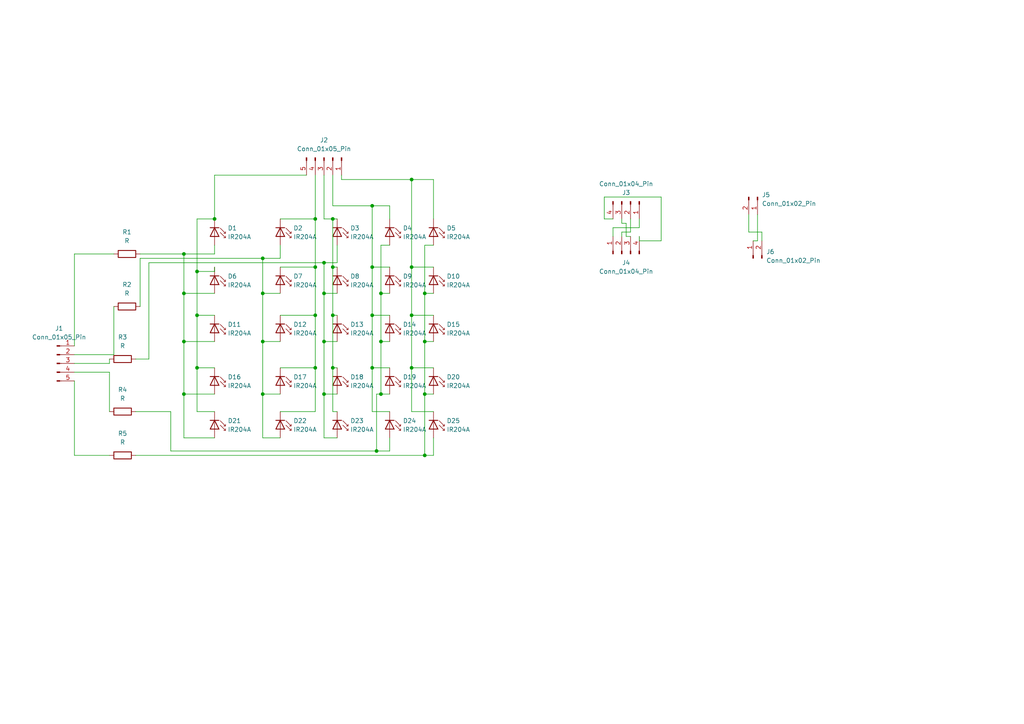
<source format=kicad_sch>
(kicad_sch (version 20231120) (generator "eeschema") (generator_version "8.0")
  (paper "A4")
  (lib_symbols
    (symbol "Connector:Conn_01x02_Pin" (pin_names (offset 1.016) hide)
      (property "Reference" "J" (at 0 2.54 0))
      (property "Value" "Conn_01x02_Pin" (at 0 -5.08 0))
      (symbol "Conn_01x02_Pin_1_1"
        (polyline (pts (xy 1.27 -2.54) (xy 0.8636 -2.54)) (stroke (width 0.1524)))
        (polyline (pts (xy 1.27 0) (xy 0.8636 0)) (stroke (width 0.1524)))
        (rectangle (start 0.8636 -2.413) (end 0 -2.667) (stroke (width 0.1524)) (fill (type outline)))
        (rectangle (start 0.8636 0.127) (end 0 -0.127) (stroke (width 0.1524)) (fill (type outline)))
        (pin passive line (at 5.08 0 180) (length 3.81) (name "Pin_1") (number "1"))
        (pin passive line (at 5.08 -2.54 180) (length 3.81) (name "Pin_2") (number "2"))
      )
    )
    (symbol "Connector:Conn_01x04_Pin" (pin_names (offset 1.016) hide)
      (property "Reference" "J" (at 0 5.08 0))
      (property "Value" "Conn_01x04_Pin" (at 0 -7.62 0))
      (symbol "Conn_01x04_Pin_1_1"
        (polyline (pts (xy 1.27 -5.08) (xy 0.8636 -5.08)) (stroke (width 0.1524)))
        (polyline (pts (xy 1.27 -2.54) (xy 0.8636 -2.54)) (stroke (width 0.1524)))
        (polyline (pts (xy 1.27 0) (xy 0.8636 0)) (stroke (width 0.1524)))
        (polyline (pts (xy 1.27 2.54) (xy 0.8636 2.54)) (stroke (width 0.1524)))
        (rectangle (start 0.8636 -4.953) (end 0 -5.207) (stroke (width 0.1524)) (fill (type outline)))
        (rectangle (start 0.8636 -2.413) (end 0 -2.667) (stroke (width 0.1524)) (fill (type outline)))
        (rectangle (start 0.8636 0.127) (end 0 -0.127) (stroke (width 0.1524)) (fill (type outline)))
        (rectangle (start 0.8636 2.667) (end 0 2.413) (stroke (width 0.1524)) (fill (type outline)))
        (pin passive line (at 5.08 2.54 180) (length 3.81) (name "Pin_1") (number "1"))
        (pin passive line (at 5.08 0 180) (length 3.81) (name "Pin_2") (number "2"))
        (pin passive line (at 5.08 -2.54 180) (length 3.81) (name "Pin_3") (number "3"))
        (pin passive line (at 5.08 -5.08 180) (length 3.81) (name "Pin_4") (number "4"))
      )
    )
    (symbol "Connector:Conn_01x05_Pin" (pin_names (offset 1.016) hide)
      (property "Reference" "J" (at 0 7.62 0))
      (property "Value" "Conn_01x05_Pin" (at 0 -7.62 0))
      (symbol "Conn_01x05_Pin_1_1"
        (polyline (pts (xy 1.27 -5.08) (xy 0.8636 -5.08)) (stroke (width 0.1524)))
        (polyline (pts (xy 1.27 -2.54) (xy 0.8636 -2.54)) (stroke (width 0.1524)))
        (polyline (pts (xy 1.27 0) (xy 0.8636 0)) (stroke (width 0.1524)))
        (polyline (pts (xy 1.27 2.54) (xy 0.8636 2.54)) (stroke (width 0.1524)))
        (polyline (pts (xy 1.27 5.08) (xy 0.8636 5.08)) (stroke (width 0.1524)))
        (rectangle (start 0.8636 -4.953) (end 0 -5.207) (stroke (width 0.1524)) (fill (type outline)))
        (rectangle (start 0.8636 -2.413) (end 0 -2.667) (stroke (width 0.1524)) (fill (type outline)))
        (rectangle (start 0.8636 0.127) (end 0 -0.127) (stroke (width 0.1524)) (fill (type outline)))
        (rectangle (start 0.8636 2.667) (end 0 2.413) (stroke (width 0.1524)) (fill (type outline)))
        (rectangle (start 0.8636 5.207) (end 0 4.953) (stroke (width 0.1524)) (fill (type outline)))
        (pin passive line (at 5.08 5.08 180) (length 3.81) (name "Pin_1") (number "1"))
        (pin passive line (at 5.08 2.54 180) (length 3.81) (name "Pin_2") (number "2"))
        (pin passive line (at 5.08 0 180) (length 3.81) (name "Pin_3") (number "3"))
        (pin passive line (at 5.08 -2.54 180) (length 3.81) (name "Pin_4") (number "4"))
        (pin passive line (at 5.08 -5.08 180) (length 3.81) (name "Pin_5") (number "5"))
      )
    )
    (symbol "Device:R" (pin_numbers hide) (pin_names (offset 0))
      (property "Reference" "R" (at 2.032 0 90))
      (property "Value" "R" (at 0 0 90))
      (symbol "R_0_1"
        (rectangle (start -1.016 -2.54) (end 1.016 2.54) (stroke (width 0.254)))
      )
      (symbol "R_1_1"
        (pin passive line (at 0 3.81 270) (length 1.27) (name "~") (number "1"))
        (pin passive line (at 0 -3.81 90) (length 1.27) (name "~") (number "2"))
      )
    )
    (symbol "LED:IR204A" (pin_numbers hide) (pin_names (offset 1.016) hide)
      (property "Reference" "D" (at 0.508 1.778 0))
      (property "Value" "IR204A" (at -1.016 -2.794 0))
      (symbol "IR204A_0_1"
        (polyline (pts (xy -2.54 1.27) (xy -2.54 -1.27)) (stroke (width 0.254)))
        (polyline (pts (xy 0 0) (xy -2.54 0)))
        (polyline (pts (xy 0.381 3.175) (xy -0.127 3.175)))
        (polyline (pts (xy -1.143 1.651) (xy 0.381 3.175) (xy 0.381 2.667)))
        (polyline (pts (xy 0 1.27) (xy -2.54 0) (xy 0 -1.27) (xy 0 1.27)) (stroke (width 0.254)))
        (polyline (pts (xy -2.413 1.651) (xy -0.889 3.175) (xy -0.889 2.667) (xy -0.889 3.175) (xy -1.397 3.175)))
      )
      (symbol "IR204A_1_1"
        (pin passive line (at -5.08 0 0) (length 2.54) (name "K") (number "1"))
        (pin passive line (at 2.54 0 180) (length 2.54) (name "A") (number "2"))
      )
    )
  )
  (junction (at 107.95 77.47))
  (junction (at 123.19 114.3))
  (junction (at 57.15 78.74))
  (junction (at 76.2 114.3))
  (junction (at 91.44 91.44))
  (junction (at 96.52 77.47))
  (junction (at 76.2 99.06))
  (junction (at 119.38 106.68))
  (junction (at 53.34 99.06))
  (junction (at 110.49 99.06))
  (junction (at 96.52 106.68))
  (junction (at 123.19 99.06))
  (junction (at 53.34 85.09))
  (junction (at 110.49 85.09))
  (junction (at 107.95 59.69))
  (junction (at 53.34 114.3))
  (junction (at 107.95 91.44))
  (junction (at 91.44 106.68))
  (junction (at 93.98 99.06))
  (junction (at 119.38 52.07))
  (junction (at 91.44 63.5))
  (junction (at 57.15 91.44))
  (junction (at 96.52 63.5))
  (junction (at 123.19 132.08))
  (junction (at 62.23 63.5))
  (junction (at 107.95 106.68))
  (junction (at 53.34 73.66))
  (junction (at 93.98 76.2))
  (junction (at 119.38 91.44))
  (junction (at 110.49 114.3))
  (junction (at 91.44 77.47))
  (junction (at 57.15 106.68))
  (junction (at 109.22 130.81))
  (junction (at 93.98 114.3))
  (junction (at 96.52 91.44))
  (junction (at 119.38 77.47))
  (junction (at 93.98 85.09))
  (junction (at 76.2 74.93))
  (junction (at 76.2 85.09))
  (junction (at 123.19 85.09))
  (wire (pts (xy 93.98 99.06) (xy 93.98 114.3)))
  (wire (pts (xy 185.42 69.85) (xy 185.42 68.58)))
  (wire (pts (xy 180.34 68.58) (xy 180.34 67.31)))
  (wire (pts (xy 109.22 130.81) (xy 109.22 114.3)))
  (wire (pts (xy 125.73 52.07) (xy 125.73 63.5)))
  (wire (pts (xy 91.44 91.44) (xy 91.44 106.68)))
  (wire (pts (xy 96.52 59.69) (xy 107.95 59.69)))
  (wire (pts (xy 97.79 76.2) (xy 97.79 71.12)))
  (wire (pts (xy 123.19 99.06) (xy 125.73 99.06)))
  (wire (pts (xy 107.95 119.38) (xy 113.03 119.38)))
  (wire (pts (xy 182.88 67.31) (xy 182.88 63.5)))
  (wire (pts (xy 96.52 63.5) (xy 96.52 77.47)))
  (wire (pts (xy 177.8 63.5) (xy 175.26 63.5)))
  (wire (pts (xy 62.23 50.8) (xy 62.23 63.5)))
  (wire (pts (xy 181.61 68.58) (xy 182.88 68.58)))
  (wire (pts (xy 57.15 91.44) (xy 57.15 106.68)))
  (wire (pts (xy 119.38 91.44) (xy 125.73 91.44)))
  (wire (pts (xy 43.18 76.2) (xy 93.98 76.2)))
  (wire (pts (xy 93.98 63.5) (xy 96.52 63.5)))
  (wire (pts (xy 53.34 85.09) (xy 62.23 85.09)))
  (wire (pts (xy 76.2 99.06) (xy 76.2 114.3)))
  (wire (pts (xy 62.23 73.66) (xy 62.23 71.12)))
  (wire (pts (xy 93.98 99.06) (xy 97.79 99.06)))
  (wire (pts (xy 21.59 110.49) (xy 21.59 132.08)))
  (wire (pts (xy 40.64 73.66) (xy 53.34 73.66)))
  (wire (pts (xy 40.64 74.93) (xy 76.2 74.93)))
  (wire (pts (xy 21.59 73.66) (xy 33.02 73.66)))
  (wire (pts (xy 96.52 50.8) (xy 96.52 59.69)))
  (wire (pts (xy 181.61 64.77) (xy 181.61 68.58)))
  (wire (pts (xy 93.98 76.2) (xy 97.79 76.2)))
  (wire (pts (xy 96.52 77.47) (xy 97.79 77.47)))
  (wire (pts (xy 191.77 57.15) (xy 191.77 69.85)))
  (wire (pts (xy 180.34 63.5) (xy 180.34 64.77)))
  (wire (pts (xy 21.59 100.33) (xy 21.59 73.66)))
  (wire (pts (xy 217.17 67.31) (xy 220.98 67.31)))
  (wire (pts (xy 57.15 78.74) (xy 62.23 78.74)))
  (wire (pts (xy 107.95 106.68) (xy 107.95 119.38)))
  (wire (pts (xy 57.15 91.44) (xy 62.23 91.44)))
  (wire (pts (xy 57.15 106.68) (xy 57.15 119.38)))
  (wire (pts (xy 119.38 52.07) (xy 125.73 52.07)))
  (wire (pts (xy 57.15 106.68) (xy 62.23 106.68)))
  (wire (pts (xy 110.49 99.06) (xy 110.49 85.09)))
  (wire (pts (xy 40.64 88.9) (xy 40.64 74.93)))
  (wire (pts (xy 119.38 77.47) (xy 119.38 91.44)))
  (wire (pts (xy 110.49 85.09) (xy 113.03 85.09)))
  (wire (pts (xy 185.42 66.04) (xy 177.8 66.04)))
  (wire (pts (xy 110.49 71.12) (xy 113.03 71.12)))
  (wire (pts (xy 91.44 119.38) (xy 81.28 119.38)))
  (wire (pts (xy 123.19 132.08) (xy 123.19 114.3)))
  (wire (pts (xy 57.15 63.5) (xy 57.15 78.74)))
  (wire (pts (xy 175.26 57.15) (xy 191.77 57.15)))
  (wire (pts (xy 125.73 132.08) (xy 125.73 127)))
  (wire (pts (xy 21.59 102.87) (xy 33.02 102.87)))
  (wire (pts (xy 53.34 85.09) (xy 53.34 99.06)))
  (wire (pts (xy 53.34 73.66) (xy 53.34 85.09)))
  (wire (pts (xy 49.53 130.81) (xy 109.22 130.81)))
  (wire (pts (xy 123.19 85.09) (xy 123.19 71.12)))
  (wire (pts (xy 123.19 99.06) (xy 123.19 85.09)))
  (wire (pts (xy 107.95 77.47) (xy 107.95 91.44)))
  (wire (pts (xy 76.2 127) (xy 81.28 127)))
  (wire (pts (xy 119.38 106.68) (xy 125.73 106.68)))
  (wire (pts (xy 93.98 76.2) (xy 93.98 85.09)))
  (wire (pts (xy 107.95 91.44) (xy 113.03 91.44)))
  (wire (pts (xy 93.98 127) (xy 97.79 127)))
  (wire (pts (xy 76.2 114.3) (xy 76.2 127)))
  (wire (pts (xy 81.28 74.93) (xy 81.28 71.12)))
  (wire (pts (xy 123.19 114.3) (xy 125.73 114.3)))
  (wire (pts (xy 91.44 63.5) (xy 81.28 63.5)))
  (wire (pts (xy 53.34 73.66) (xy 62.23 73.66)))
  (wire (pts (xy 185.42 63.5) (xy 185.42 66.04)))
  (wire (pts (xy 113.03 127) (xy 113.03 130.81)))
  (wire (pts (xy 93.98 50.8) (xy 93.98 63.5)))
  (wire (pts (xy 180.34 64.77) (xy 181.61 64.77)))
  (wire (pts (xy 96.52 106.68) (xy 97.79 106.68)))
  (wire (pts (xy 96.52 106.68) (xy 96.52 119.38)))
  (wire (pts (xy 76.2 114.3) (xy 81.28 114.3)))
  (wire (pts (xy 21.59 105.41) (xy 31.75 105.41)))
  (wire (pts (xy 76.2 74.93) (xy 81.28 74.93)))
  (wire (pts (xy 107.95 77.47) (xy 113.03 77.47)))
  (wire (pts (xy 99.06 50.8) (xy 99.06 52.07)))
  (wire (pts (xy 96.52 91.44) (xy 96.52 106.68)))
  (wire (pts (xy 175.26 63.5) (xy 175.26 57.15)))
  (wire (pts (xy 96.52 91.44) (xy 97.79 91.44)))
  (wire (pts (xy 99.06 52.07) (xy 119.38 52.07)))
  (wire (pts (xy 88.9 50.8) (xy 62.23 50.8)))
  (wire (pts (xy 39.37 132.08) (xy 123.19 132.08)))
  (wire (pts (xy 49.53 119.38) (xy 49.53 130.81)))
  (wire (pts (xy 107.95 106.68) (xy 113.03 106.68)))
  (wire (pts (xy 96.52 63.5) (xy 97.79 63.5)))
  (wire (pts (xy 31.75 105.41) (xy 31.75 104.14)))
  (wire (pts (xy 91.44 91.44) (xy 81.28 91.44)))
  (wire (pts (xy 96.52 77.47) (xy 96.52 91.44)))
  (wire (pts (xy 96.52 119.38) (xy 97.79 119.38)))
  (wire (pts (xy 113.03 59.69) (xy 113.03 63.5)))
  (wire (pts (xy 91.44 77.47) (xy 91.44 91.44)))
  (wire (pts (xy 53.34 114.3) (xy 53.34 127)))
  (wire (pts (xy 123.19 71.12) (xy 125.73 71.12)))
  (wire (pts (xy 53.34 99.06) (xy 62.23 99.06)))
  (wire (pts (xy 93.98 85.09) (xy 97.79 85.09)))
  (wire (pts (xy 119.38 52.07) (xy 119.38 77.47)))
  (wire (pts (xy 53.34 99.06) (xy 53.34 114.3)))
  (wire (pts (xy 123.19 132.08) (xy 125.73 132.08)))
  (wire (pts (xy 110.49 85.09) (xy 110.49 71.12)))
  (wire (pts (xy 53.34 127) (xy 62.23 127)))
  (wire (pts (xy 123.19 114.3) (xy 123.19 99.06)))
  (wire (pts (xy 109.22 114.3) (xy 110.49 114.3)))
  (wire (pts (xy 31.75 107.95) (xy 31.75 119.38)))
  (wire (pts (xy 110.49 114.3) (xy 110.49 99.06)))
  (wire (pts (xy 110.49 114.3) (xy 113.03 114.3)))
  (wire (pts (xy 57.15 119.38) (xy 62.23 119.38)))
  (wire (pts (xy 53.34 114.3) (xy 62.23 114.3)))
  (wire (pts (xy 217.17 62.23) (xy 217.17 67.31)))
  (wire (pts (xy 119.38 106.68) (xy 119.38 119.38)))
  (wire (pts (xy 107.95 59.69) (xy 107.95 77.47)))
  (wire (pts (xy 191.77 69.85) (xy 185.42 69.85)))
  (wire (pts (xy 219.71 69.85) (xy 219.71 62.23)))
  (wire (pts (xy 220.98 67.31) (xy 220.98 69.85)))
  (wire (pts (xy 39.37 104.14) (xy 43.18 104.14)))
  (wire (pts (xy 107.95 59.69) (xy 113.03 59.69)))
  (wire (pts (xy 39.37 119.38) (xy 49.53 119.38)))
  (wire (pts (xy 57.15 78.74) (xy 57.15 91.44)))
  (wire (pts (xy 76.2 85.09) (xy 81.28 85.09)))
  (wire (pts (xy 76.2 99.06) (xy 81.28 99.06)))
  (wire (pts (xy 91.44 50.8) (xy 91.44 63.5)))
  (wire (pts (xy 218.44 69.85) (xy 219.71 69.85)))
  (wire (pts (xy 62.23 78.74) (xy 62.23 77.47)))
  (wire (pts (xy 91.44 106.68) (xy 91.44 119.38)))
  (wire (pts (xy 93.98 114.3) (xy 97.79 114.3)))
  (wire (pts (xy 109.22 130.81) (xy 113.03 130.81)))
  (wire (pts (xy 76.2 74.93) (xy 76.2 85.09)))
  (wire (pts (xy 91.44 77.47) (xy 81.28 77.47)))
  (wire (pts (xy 21.59 107.95) (xy 31.75 107.95)))
  (wire (pts (xy 91.44 63.5) (xy 91.44 77.47)))
  (wire (pts (xy 177.8 66.04) (xy 177.8 68.58)))
  (wire (pts (xy 93.98 114.3) (xy 93.98 127)))
  (wire (pts (xy 43.18 104.14) (xy 43.18 76.2)))
  (wire (pts (xy 62.23 63.5) (xy 57.15 63.5)))
  (wire (pts (xy 119.38 119.38) (xy 125.73 119.38)))
  (wire (pts (xy 123.19 85.09) (xy 125.73 85.09)))
  (wire (pts (xy 107.95 91.44) (xy 107.95 106.68)))
  (wire (pts (xy 180.34 67.31) (xy 182.88 67.31)))
  (wire (pts (xy 119.38 91.44) (xy 119.38 106.68)))
  (wire (pts (xy 21.59 132.08) (xy 31.75 132.08)))
  (wire (pts (xy 93.98 85.09) (xy 93.98 99.06)))
  (wire (pts (xy 119.38 77.47) (xy 125.73 77.47)))
  (wire (pts (xy 91.44 106.68) (xy 81.28 106.68)))
  (wire (pts (xy 76.2 85.09) (xy 76.2 99.06)))
  (wire (pts (xy 33.02 102.87) (xy 33.02 88.9)))
  (wire (pts (xy 110.49 99.06) (xy 113.03 99.06)))
  (symbol (lib_id "Connector:Conn_01x02_Pin") (at 218.44 74.93 90) (unit 1)
    (property "Reference" "J6" (at 222.25 73.0249 90) (effects (justify right)))
    (property "Value" "Conn_01x02_Pin" (at 222.25 75.5649 90) (effects (justify right)))
    (property "Footprint" "Connector_PinHeader_2.54mm:PinHeader_1x02_P2.54mm_Horizontal" (effects (hide yes)))
    (property "Description" "Generic connector, single row, 01x02, script generated" (effects (hide yes)))
  )
  (symbol (lib_id "LED:IR204A") (at 125.73 124.46 270) (unit 1)
    (property "Reference" "D25" (at 129.54 122.0469 90) (effects (justify left)))
    (property "Value" "IR204A" (at 129.54 124.5869 90) (effects (justify left)))
    (property "Footprint" "LED_THT:LED_D3.0mm_IRBlack" (effects (hide yes)))
    (property "Datasheet" "http://www.everlight.com/file/ProductFile/IR204-A.pdf" (effects (hide yes)))
    (property "Description" "Infrared LED , 3mm LED package" (effects (hide yes)))
  )
  (symbol (lib_id "Connector:Conn_01x04_Pin") (at 180.34 73.66 90) (unit 1)
    (property "Reference" "J4" (at 181.61 76.2 90))
    (property "Value" "Conn_01x04_Pin" (at 181.61 78.74 90))
    (property "Footprint" "Connector_PinHeader_2.54mm:PinHeader_1x04_P2.54mm_Horizontal" (effects (hide yes)))
    (property "Description" "Generic connector, single row, 01x04, script generated" (effects (hide yes)))
  )
  (symbol (lib_id "LED:IR204A") (at 125.73 111.76 270) (unit 1)
    (property "Reference" "D20" (at 129.54 109.3469 90) (effects (justify left)))
    (property "Value" "IR204A" (at 129.54 111.8869 90) (effects (justify left)))
    (property "Footprint" "LED_THT:LED_D3.0mm_IRBlack" (effects (hide yes)))
    (property "Datasheet" "http://www.everlight.com/file/ProductFile/IR204-A.pdf" (effects (hide yes)))
    (property "Description" "Infrared LED , 3mm LED package" (effects (hide yes)))
  )
  (symbol (lib_id "Device:R") (at 35.56 132.08 90) (unit 1)
    (property "Reference" "R5" (at 35.56 125.73 90))
    (property "Value" "R" (at 35.56 128.27 90))
    (property "Footprint" "Resistor_THT:R_Axial_DIN0207_L6.3mm_D2.5mm_P7.62mm_Horizontal" (effects (hide yes)))
    (property "Description" "Resistor" (effects (hide yes)))
  )
  (symbol (lib_id "LED:IR204A") (at 97.79 124.46 270) (unit 1)
    (property "Reference" "D23" (at 101.6 122.0469 90) (effects (justify left)))
    (property "Value" "IR204A" (at 101.6 124.5869 90) (effects (justify left)))
    (property "Footprint" "LED_THT:LED_D3.0mm_IRBlack" (effects (hide yes)))
    (property "Datasheet" "http://www.everlight.com/file/ProductFile/IR204-A.pdf" (effects (hide yes)))
    (property "Description" "Infrared LED , 3mm LED package" (effects (hide yes)))
  )
  (symbol (lib_id "LED:IR204A") (at 81.28 82.55 270) (unit 1)
    (property "Reference" "D7" (at 85.09 80.1369 90) (effects (justify left)))
    (property "Value" "IR204A" (at 85.09 82.6769 90) (effects (justify left)))
    (property "Footprint" "LED_THT:LED_D3.0mm_IRBlack" (effects (hide yes)))
    (property "Datasheet" "http://www.everlight.com/file/ProductFile/IR204-A.pdf" (effects (hide yes)))
    (property "Description" "Infrared LED , 3mm LED package" (effects (hide yes)))
  )
  (symbol (lib_id "LED:IR204A") (at 62.23 96.52 270) (unit 1)
    (property "Reference" "D11" (at 66.04 94.1069 90) (effects (justify left)))
    (property "Value" "IR204A" (at 66.04 96.6469 90) (effects (justify left)))
    (property "Footprint" "LED_THT:LED_D3.0mm_IRBlack" (effects (hide yes)))
    (property "Datasheet" "http://www.everlight.com/file/ProductFile/IR204-A.pdf" (effects (hide yes)))
    (property "Description" "Infrared LED , 3mm LED package" (effects (hide yes)))
  )
  (symbol (lib_id "LED:IR204A") (at 97.79 111.76 270) (unit 1)
    (property "Reference" "D18" (at 101.6 109.3469 90) (effects (justify left)))
    (property "Value" "IR204A" (at 101.6 111.8869 90) (effects (justify left)))
    (property "Footprint" "LED_THT:LED_D3.0mm_IRBlack" (effects (hide yes)))
    (property "Datasheet" "http://www.everlight.com/file/ProductFile/IR204-A.pdf" (effects (hide yes)))
    (property "Description" "Infrared LED , 3mm LED package" (effects (hide yes)))
  )
  (symbol (lib_id "Connector:Conn_01x02_Pin") (at 219.71 57.15 270) (unit 1)
    (property "Reference" "J5" (at 220.98 56.5149 90) (effects (justify left)))
    (property "Value" "Conn_01x02_Pin" (at 220.98 59.0549 90) (effects (justify left)))
    (property "Footprint" "Connector_PinHeader_2.54mm:PinHeader_1x02_P2.54mm_Horizontal" (effects (hide yes)))
    (property "Description" "Generic connector, single row, 01x02, script generated" (effects (hide yes)))
  )
  (symbol (lib_id "Connector:Conn_01x05_Pin") (at 93.98 45.72 270) (unit 1)
    (property "Reference" "J2" (at 93.98 40.64 90))
    (property "Value" "Conn_01x05_Pin" (at 93.98 43.18 90))
    (property "Footprint" "Connector_PinHeader_2.54mm:PinHeader_1x05_P2.54mm_Horizontal" (effects (hide yes)))
    (property "Description" "Generic connector, single row, 01x05, script generated" (effects (hide yes)))
  )
  (symbol (lib_id "LED:IR204A") (at 62.23 82.55 270) (unit 1)
    (property "Reference" "D6" (at 66.04 80.1369 90) (effects (justify left)))
    (property "Value" "IR204A" (at 66.04 82.6769 90) (effects (justify left)))
    (property "Footprint" "LED_THT:LED_D3.0mm_IRBlack" (effects (hide yes)))
    (property "Datasheet" "http://www.everlight.com/file/ProductFile/IR204-A.pdf" (effects (hide yes)))
    (property "Description" "Infrared LED , 3mm LED package" (effects (hide yes)))
  )
  (symbol (lib_id "LED:IR204A") (at 81.28 111.76 270) (unit 1)
    (property "Reference" "D17" (at 85.09 109.3469 90) (effects (justify left)))
    (property "Value" "IR204A" (at 85.09 111.8869 90) (effects (justify left)))
    (property "Footprint" "LED_THT:LED_D3.0mm_IRBlack" (effects (hide yes)))
    (property "Datasheet" "http://www.everlight.com/file/ProductFile/IR204-A.pdf" (effects (hide yes)))
    (property "Description" "Infrared LED , 3mm LED package" (effects (hide yes)))
  )
  (symbol (lib_id "LED:IR204A") (at 125.73 68.58 270) (unit 1)
    (property "Reference" "D5" (at 129.54 66.1669 90) (effects (justify left)))
    (property "Value" "IR204A" (at 129.54 68.7069 90) (effects (justify left)))
    (property "Footprint" "LED_THT:LED_D3.0mm_IRBlack" (effects (hide yes)))
    (property "Datasheet" "http://www.everlight.com/file/ProductFile/IR204-A.pdf" (effects (hide yes)))
    (property "Description" "Infrared LED , 3mm LED package" (effects (hide yes)))
  )
  (symbol (lib_id "LED:IR204A") (at 125.73 82.55 270) (unit 1)
    (property "Reference" "D10" (at 129.54 80.1369 90) (effects (justify left)))
    (property "Value" "IR204A" (at 129.54 82.6769 90) (effects (justify left)))
    (property "Footprint" "LED_THT:LED_D3.0mm_IRBlack" (effects (hide yes)))
    (property "Datasheet" "http://www.everlight.com/file/ProductFile/IR204-A.pdf" (effects (hide yes)))
    (property "Description" "Infrared LED , 3mm LED package" (effects (hide yes)))
  )
  (symbol (lib_id "LED:IR204A") (at 113.03 96.52 270) (unit 1)
    (property "Reference" "D14" (at 116.84 94.1069 90) (effects (justify left)))
    (property "Value" "IR204A" (at 116.84 96.6469 90) (effects (justify left)))
    (property "Footprint" "LED_THT:LED_D3.0mm_IRBlack" (effects (hide yes)))
    (property "Datasheet" "http://www.everlight.com/file/ProductFile/IR204-A.pdf" (effects (hide yes)))
    (property "Description" "Infrared LED , 3mm LED package" (effects (hide yes)))
  )
  (symbol (lib_id "Device:R") (at 36.83 73.66 90) (unit 1)
    (property "Reference" "R1" (at 36.83 67.31 90))
    (property "Value" "R" (at 36.83 69.85 90))
    (property "Footprint" "Resistor_THT:R_Axial_DIN0207_L6.3mm_D2.5mm_P7.62mm_Horizontal" (effects (hide yes)))
    (property "Description" "Resistor" (effects (hide yes)))
  )
  (symbol (lib_id "LED:IR204A") (at 62.23 68.58 270) (unit 1)
    (property "Reference" "D1" (at 66.04 66.1669 90) (effects (justify left)))
    (property "Value" "IR204A" (at 66.04 68.7069 90) (effects (justify left)))
    (property "Footprint" "LED_THT:LED_D3.0mm_IRBlack" (effects (hide yes)))
    (property "Datasheet" "http://www.everlight.com/file/ProductFile/IR204-A.pdf" (effects (hide yes)))
    (property "Description" "Infrared LED , 3mm LED package" (effects (hide yes)))
  )
  (symbol (lib_id "Device:R") (at 35.56 104.14 90) (unit 1)
    (property "Reference" "R3" (at 35.56 97.79 90))
    (property "Value" "R" (at 35.56 100.33 90))
    (property "Footprint" "Resistor_THT:R_Axial_DIN0207_L6.3mm_D2.5mm_P7.62mm_Horizontal" (effects (hide yes)))
    (property "Description" "Resistor" (effects (hide yes)))
  )
  (symbol (lib_id "Device:R") (at 35.56 119.38 90) (unit 1)
    (property "Reference" "R4" (at 35.56 113.03 90))
    (property "Value" "R" (at 35.56 115.57 90))
    (property "Footprint" "Resistor_THT:R_Axial_DIN0207_L6.3mm_D2.5mm_P7.62mm_Horizontal" (effects (hide yes)))
    (property "Description" "Resistor" (effects (hide yes)))
  )
  (symbol (lib_id "Connector:Conn_01x05_Pin") (at 16.51 105.41 0) (unit 1)
    (property "Reference" "J1" (at 17.145 95.25 0))
    (property "Value" "Conn_01x05_Pin" (at 17.145 97.79 0))
    (property "Footprint" "Connector_PinHeader_2.54mm:PinHeader_1x05_P2.54mm_Horizontal" (effects (hide yes)))
    (property "Description" "Generic connector, single row, 01x05, script generated" (effects (hide yes)))
  )
  (symbol (lib_id "LED:IR204A") (at 97.79 68.58 270) (unit 1)
    (property "Reference" "D3" (at 101.6 66.1669 90) (effects (justify left)))
    (property "Value" "IR204A" (at 101.6 68.7069 90) (effects (justify left)))
    (property "Footprint" "LED_THT:LED_D3.0mm_IRBlack" (effects (hide yes)))
    (property "Datasheet" "http://www.everlight.com/file/ProductFile/IR204-A.pdf" (effects (hide yes)))
    (property "Description" "Infrared LED , 3mm LED package" (effects (hide yes)))
  )
  (symbol (lib_id "LED:IR204A") (at 81.28 124.46 270) (unit 1)
    (property "Reference" "D22" (at 85.09 122.0469 90) (effects (justify left)))
    (property "Value" "IR204A" (at 85.09 124.5869 90) (effects (justify left)))
    (property "Footprint" "LED_THT:LED_D3.0mm_IRBlack" (effects (hide yes)))
    (property "Datasheet" "http://www.everlight.com/file/ProductFile/IR204-A.pdf" (effects (hide yes)))
    (property "Description" "Infrared LED , 3mm LED package" (effects (hide yes)))
  )
  (symbol (lib_id "Device:R") (at 36.83 88.9 90) (unit 1)
    (property "Reference" "R2" (at 36.83 82.55 90))
    (property "Value" "R" (at 36.83 85.09 90))
    (property "Footprint" "Resistor_THT:R_Axial_DIN0207_L6.3mm_D2.5mm_P7.62mm_Horizontal" (effects (hide yes)))
    (property "Description" "Resistor" (effects (hide yes)))
  )
  (symbol (lib_id "LED:IR204A") (at 113.03 124.46 270) (unit 1)
    (property "Reference" "D24" (at 116.84 122.0469 90) (effects (justify left)))
    (property "Value" "IR204A" (at 116.84 124.5869 90) (effects (justify left)))
    (property "Footprint" "LED_THT:LED_D3.0mm_IRBlack" (effects (hide yes)))
    (property "Datasheet" "http://www.everlight.com/file/ProductFile/IR204-A.pdf" (effects (hide yes)))
    (property "Description" "Infrared LED , 3mm LED package" (effects (hide yes)))
  )
  (symbol (lib_id "LED:IR204A") (at 97.79 96.52 270) (unit 1)
    (property "Reference" "D13" (at 101.6 94.1069 90) (effects (justify left)))
    (property "Value" "IR204A" (at 101.6 96.6469 90) (effects (justify left)))
    (property "Footprint" "LED_THT:LED_D3.0mm_IRBlack" (effects (hide yes)))
    (property "Datasheet" "http://www.everlight.com/file/ProductFile/IR204-A.pdf" (effects (hide yes)))
    (property "Description" "Infrared LED , 3mm LED package" (effects (hide yes)))
  )
  (symbol (lib_id "LED:IR204A") (at 113.03 111.76 270) (unit 1)
    (property "Reference" "D19" (at 116.84 109.3469 90) (effects (justify left)))
    (property "Value" "IR204A" (at 116.84 111.8869 90) (effects (justify left)))
    (property "Footprint" "LED_THT:LED_D3.0mm_IRBlack" (effects (hide yes)))
    (property "Datasheet" "http://www.everlight.com/file/ProductFile/IR204-A.pdf" (effects (hide yes)))
    (property "Description" "Infrared LED , 3mm LED package" (effects (hide yes)))
  )
  (symbol (lib_id "LED:IR204A") (at 125.73 96.52 270) (unit 1)
    (property "Reference" "D15" (at 129.54 94.1069 90) (effects (justify left)))
    (property "Value" "IR204A" (at 129.54 96.6469 90) (effects (justify left)))
    (property "Footprint" "LED_THT:LED_D3.0mm_IRBlack" (effects (hide yes)))
    (property "Datasheet" "http://www.everlight.com/file/ProductFile/IR204-A.pdf" (effects (hide yes)))
    (property "Description" "Infrared LED , 3mm LED package" (effects (hide yes)))
  )
  (symbol (lib_id "LED:IR204A") (at 81.28 68.58 270) (unit 1)
    (property "Reference" "D2" (at 85.09 66.1669 90) (effects (justify left)))
    (property "Value" "IR204A" (at 85.09 68.7069 90) (effects (justify left)))
    (property "Footprint" "LED_THT:LED_D3.0mm_IRBlack" (effects (hide yes)))
    (property "Datasheet" "http://www.everlight.com/file/ProductFile/IR204-A.pdf" (effects (hide yes)))
    (property "Description" "Infrared LED , 3mm LED package" (effects (hide yes)))
  )
  (symbol (lib_id "LED:IR204A") (at 62.23 111.76 270) (unit 1)
    (property "Reference" "D16" (at 66.04 109.3469 90) (effects (justify left)))
    (property "Value" "IR204A" (at 66.04 111.8869 90) (effects (justify left)))
    (property "Footprint" "LED_THT:LED_D3.0mm_IRBlack" (effects (hide yes)))
    (property "Datasheet" "http://www.everlight.com/file/ProductFile/IR204-A.pdf" (effects (hide yes)))
    (property "Description" "Infrared LED , 3mm LED package" (effects (hide yes)))
  )
  (symbol (lib_id "LED:IR204A") (at 81.28 96.52 270) (unit 1)
    (property "Reference" "D12" (at 85.09 94.1069 90) (effects (justify left)))
    (property "Value" "IR204A" (at 85.09 96.6469 90) (effects (justify left)))
    (property "Footprint" "LED_THT:LED_D3.0mm_IRBlack" (effects (hide yes)))
    (property "Datasheet" "http://www.everlight.com/file/ProductFile/IR204-A.pdf" (effects (hide yes)))
    (property "Description" "Infrared LED , 3mm LED package" (effects (hide yes)))
  )
  (symbol (lib_id "Connector:Conn_01x04_Pin") (at 182.88 58.42 270) (unit 1)
    (property "Reference" "J3" (at 181.61 55.88 90))
    (property "Value" "Conn_01x04_Pin" (at 181.61 53.34 90))
    (property "Footprint" "Connector_PinHeader_2.54mm:PinHeader_1x04_P2.54mm_Horizontal" (effects (hide yes)))
    (property "Description" "Generic connector, single row, 01x04, script generated" (effects (hide yes)))
  )
  (symbol (lib_id "LED:IR204A") (at 113.03 68.58 270) (unit 1)
    (property "Reference" "D4" (at 116.84 66.1669 90) (effects (justify left)))
    (property "Value" "IR204A" (at 116.84 68.7069 90) (effects (justify left)))
    (property "Footprint" "LED_THT:LED_D3.0mm_IRBlack" (effects (hide yes)))
    (property "Datasheet" "http://www.everlight.com/file/ProductFile/IR204-A.pdf" (effects (hide yes)))
    (property "Description" "Infrared LED , 3mm LED package" (effects (hide yes)))
  )
  (symbol (lib_id "LED:IR204A") (at 113.03 82.55 270) (unit 1)
    (property "Reference" "D9" (at 116.84 80.1369 90) (effects (justify left)))
    (property "Value" "IR204A" (at 116.84 82.6769 90) (effects (justify left)))
    (property "Footprint" "LED_THT:LED_D3.0mm_IRBlack" (effects (hide yes)))
    (property "Datasheet" "http://www.everlight.com/file/ProductFile/IR204-A.pdf" (effects (hide yes)))
    (property "Description" "Infrared LED , 3mm LED package" (effects (hide yes)))
  )
  (symbol (lib_id "LED:IR204A") (at 97.79 82.55 270) (unit 1)
    (property "Reference" "D8" (at 101.6 80.1369 90) (effects (justify left)))
    (property "Value" "IR204A" (at 101.6 82.6769 90) (effects (justify left)))
    (property "Footprint" "LED_THT:LED_D3.0mm_IRBlack" (effects (hide yes)))
    (property "Datasheet" "http://www.everlight.com/file/ProductFile/IR204-A.pdf" (effects (hide yes)))
    (property "Description" "Infrared LED , 3mm LED package" (effects (hide yes)))
  )
  (symbol (lib_id "LED:IR204A") (at 62.23 124.46 270) (unit 1)
    (property "Reference" "D21" (at 66.04 122.0469 90) (effects (justify left)))
    (property "Value" "IR204A" (at 66.04 124.5869 90) (effects (justify left)))
    (property "Footprint" "LED_THT:LED_D3.0mm_IRBlack" (effects (hide yes)))
    (property "Datasheet" "http://www.everlight.com/file/ProductFile/IR204-A.pdf" (effects (hide yes)))
    (property "Description" "Infrared LED , 3mm LED package" (effects (hide yes)))
  )
)
</source>
